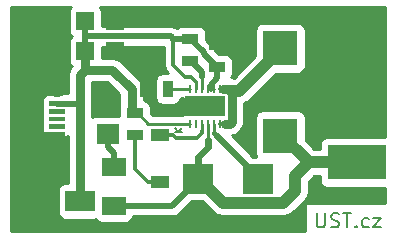
<source format=gbr>
G04 #@! TF.FileFunction,Copper,L1,Top,Signal*
%FSLAX46Y46*%
G04 Gerber Fmt 4.6, Leading zero omitted, Abs format (unit mm)*
G04 Created by KiCad (PCBNEW 4.1.0-alpha+201608181240+7066~46~ubuntu16.04.1-product) date Fri Aug 19 11:00:01 2016*
%MOMM*%
%LPD*%
G01*
G04 APERTURE LIST*
%ADD10C,0.100000*%
%ADD11C,0.200000*%
%ADD12C,0.150000*%
%ADD13R,1.850000X1.800000*%
%ADD14R,5.000000X3.000000*%
%ADD15R,0.250000X0.700000*%
%ADD16R,0.825000X0.850000*%
%ADD17R,2.550160X2.499360*%
%ADD18R,3.000000X3.000000*%
%ADD19C,1.450000*%
%ADD20C,1.900000*%
%ADD21R,1.397000X0.889000*%
%ADD22R,2.499360X1.800860*%
%ADD23R,1.524000X1.524000*%
%ADD24R,0.889000X1.397000*%
%ADD25R,1.500000X1.050000*%
%ADD26R,2.032000X1.524000*%
%ADD27C,0.800000*%
%ADD28C,0.800000*%
%ADD29C,0.250000*%
%ADD30C,0.300000*%
%ADD31C,0.500000*%
%ADD32C,1.000000*%
%ADD33C,0.400000*%
%ADD34C,0.600000*%
%ADD35C,0.254000*%
G04 APERTURE END LIST*
D10*
D11*
X164373257Y-126088857D02*
X164373257Y-127060285D01*
X164430400Y-127174571D01*
X164487542Y-127231714D01*
X164601828Y-127288857D01*
X164830400Y-127288857D01*
X164944685Y-127231714D01*
X165001828Y-127174571D01*
X165058971Y-127060285D01*
X165058971Y-126088857D01*
X165573257Y-127231714D02*
X165744685Y-127288857D01*
X166030400Y-127288857D01*
X166144685Y-127231714D01*
X166201828Y-127174571D01*
X166258971Y-127060285D01*
X166258971Y-126946000D01*
X166201828Y-126831714D01*
X166144685Y-126774571D01*
X166030400Y-126717428D01*
X165801828Y-126660285D01*
X165687542Y-126603142D01*
X165630400Y-126546000D01*
X165573257Y-126431714D01*
X165573257Y-126317428D01*
X165630400Y-126203142D01*
X165687542Y-126146000D01*
X165801828Y-126088857D01*
X166087542Y-126088857D01*
X166258971Y-126146000D01*
X166601828Y-126088857D02*
X167287542Y-126088857D01*
X166944685Y-127288857D02*
X166944685Y-126088857D01*
X167687542Y-127174571D02*
X167744685Y-127231714D01*
X167687542Y-127288857D01*
X167630400Y-127231714D01*
X167687542Y-127174571D01*
X167687542Y-127288857D01*
X168773257Y-127231714D02*
X168658971Y-127288857D01*
X168430400Y-127288857D01*
X168316114Y-127231714D01*
X168258971Y-127174571D01*
X168201828Y-127060285D01*
X168201828Y-126717428D01*
X168258971Y-126603142D01*
X168316114Y-126546000D01*
X168430400Y-126488857D01*
X168658971Y-126488857D01*
X168773257Y-126546000D01*
X169173257Y-126488857D02*
X169801828Y-126488857D01*
X169173257Y-127288857D01*
X169801828Y-127288857D01*
D12*
X152636220Y-119229120D02*
X152941020Y-118909080D01*
X152651460Y-119191020D02*
X152379680Y-118916700D01*
X152379680Y-119221500D02*
X152948640Y-119226580D01*
D13*
X146685000Y-119380000D03*
X146685000Y-116840000D03*
D14*
X167775000Y-121800000D03*
X167775000Y-114300000D03*
D15*
X156157500Y-115600000D03*
X155657500Y-115600000D03*
X155157500Y-115600000D03*
X154657500Y-115600000D03*
X154157500Y-115600000D03*
X153657500Y-115600000D03*
X153657500Y-118500000D03*
X154157500Y-118500000D03*
X154657500Y-118500000D03*
X155157500Y-118500000D03*
X155657500Y-118500000D03*
X156157500Y-118500000D03*
D16*
X153670000Y-117475000D03*
X154495000Y-117475000D03*
X155320000Y-117475000D03*
X156145000Y-117475000D03*
X153670000Y-116625000D03*
X154495000Y-116625000D03*
X155320000Y-116625000D03*
X156145000Y-116625000D03*
D17*
X154335480Y-123190000D03*
X159385000Y-123190000D03*
D18*
X161290000Y-112124000D03*
X161290000Y-119524000D03*
D19*
X142400000Y-115610000D03*
X142400000Y-120610000D03*
D10*
G36*
X141725000Y-117910000D02*
X143075000Y-117910000D01*
X143075000Y-118310000D01*
X141725000Y-118310000D01*
X141725000Y-117910000D01*
X141725000Y-117910000D01*
G37*
G36*
X141725000Y-117260000D02*
X143075000Y-117260000D01*
X143075000Y-117660000D01*
X141725000Y-117660000D01*
X141725000Y-117260000D01*
X141725000Y-117260000D01*
G37*
G36*
X141725000Y-116610000D02*
X143075000Y-116610000D01*
X143075000Y-117010000D01*
X141725000Y-117010000D01*
X141725000Y-116610000D01*
X141725000Y-116610000D01*
G37*
G36*
X141725000Y-118560000D02*
X143075000Y-118560000D01*
X143075000Y-118960000D01*
X141725000Y-118960000D01*
X141725000Y-118560000D01*
X141725000Y-118560000D01*
G37*
G36*
X141725000Y-119210000D02*
X143075000Y-119210000D01*
X143075000Y-119610000D01*
X141725000Y-119610000D01*
X141725000Y-119210000D01*
X141725000Y-119210000D01*
G37*
G36*
X138750000Y-116360000D02*
X140650000Y-116360000D01*
X140650000Y-117860000D01*
X138750000Y-117860000D01*
X138750000Y-116360000D01*
X138750000Y-116360000D01*
G37*
G36*
X138750000Y-118360000D02*
X140650000Y-118360000D01*
X140650000Y-119860000D01*
X138750000Y-119860000D01*
X138750000Y-118360000D01*
X138750000Y-118360000D01*
G37*
D20*
X139700000Y-121610000D03*
X139700000Y-114610000D03*
D21*
X155956000Y-113728500D03*
X155956000Y-111823500D03*
D22*
X140335000Y-125095000D03*
X144332960Y-125095000D03*
D23*
X142240000Y-112395000D03*
X142240000Y-109855000D03*
X144780000Y-112395000D03*
X144780000Y-109855000D03*
X147320000Y-112395000D03*
X147320000Y-109855000D03*
D21*
X153670000Y-113220500D03*
X153670000Y-111315500D03*
D24*
X151765000Y-115570000D03*
X149860000Y-115570000D03*
D25*
X151130000Y-123444000D03*
X151130000Y-119444000D03*
D21*
X148971000Y-117602000D03*
X148971000Y-119507000D03*
D26*
X147193000Y-125476000D03*
X147193000Y-122174000D03*
D27*
X149809200Y-114452400D03*
X168910000Y-112014000D03*
X165608000Y-112014000D03*
X167132000Y-111252000D03*
X141732000Y-122936000D03*
X140716000Y-126746000D03*
X155956000Y-110744000D03*
X157480000Y-112268000D03*
X156145000Y-117475000D03*
X156145000Y-116625000D03*
X153670000Y-117475000D03*
X154495000Y-117475000D03*
X155320000Y-117475000D03*
X155320000Y-116625000D03*
X154495000Y-116625000D03*
X153670000Y-116625000D03*
D28*
X144780000Y-113957000D02*
X147078600Y-113957000D01*
X148691600Y-115570000D02*
X148691600Y-117322600D01*
X147078600Y-113957000D02*
X148691600Y-115570000D01*
X148691600Y-117322600D02*
X148971000Y-117602000D01*
D29*
X153657500Y-118500000D02*
X150123000Y-118500000D01*
X150123000Y-118500000D02*
X149225000Y-117602000D01*
X149225000Y-117602000D02*
X148971000Y-117602000D01*
D30*
X148971000Y-117602000D02*
X148717000Y-117602000D01*
X153728999Y-114521499D02*
X153197997Y-114521499D01*
X153197997Y-114521499D02*
X152227000Y-113550502D01*
X152227000Y-113550502D02*
X152227000Y-111315500D01*
D29*
X155407360Y-115600000D02*
X155657500Y-115600000D01*
X155407360Y-115600000D02*
X155157500Y-115600000D01*
D31*
X155407360Y-115600000D02*
X155407360Y-115221640D01*
X155407360Y-115221640D02*
X155956000Y-114673000D01*
X155956000Y-114673000D02*
X155956000Y-113728500D01*
X153670000Y-111315500D02*
X154818501Y-112464001D01*
X154818501Y-112464001D02*
X154818501Y-112591001D01*
X154818501Y-112591001D02*
X155956000Y-113728500D01*
X152036500Y-111125000D02*
X152227000Y-111315500D01*
X152227000Y-111315500D02*
X153670000Y-111315500D01*
D28*
X144332960Y-118110000D02*
X144332960Y-118618000D01*
X144332960Y-116840000D02*
X144332960Y-118110000D01*
X144332960Y-114404040D02*
X144332960Y-116840000D01*
D31*
X142400000Y-116810000D02*
X144302960Y-116810000D01*
X144302960Y-116810000D02*
X144332960Y-116840000D01*
D28*
X144332960Y-118618000D02*
X144332960Y-118327960D01*
X144332960Y-125095000D02*
X144332960Y-118618000D01*
X144780000Y-112395000D02*
X144780000Y-113957000D01*
X144780000Y-113957000D02*
X144332960Y-114404040D01*
D31*
X144780000Y-109855000D02*
X144780000Y-111125000D01*
X144780000Y-111125000D02*
X144780000Y-112395000D01*
X152036500Y-111125000D02*
X144780000Y-111125000D01*
D29*
X154157500Y-115600000D02*
X154157500Y-114950000D01*
D30*
X154157500Y-114950000D02*
X153728999Y-114521499D01*
D31*
X149809200Y-115018085D02*
X149809200Y-114452400D01*
X149809200Y-115519200D02*
X149809200Y-115018085D01*
X149860000Y-115570000D02*
X149809200Y-115519200D01*
X165608000Y-112014000D02*
X168910000Y-112014000D01*
X168275000Y-114300000D02*
X168275000Y-112395000D01*
X168275000Y-112395000D02*
X167132000Y-111252000D01*
X140335000Y-125095000D02*
X140335000Y-126365000D01*
X140335000Y-126365000D02*
X140716000Y-126746000D01*
X155956000Y-111823500D02*
X157035500Y-111823500D01*
X157035500Y-111823500D02*
X157480000Y-112268000D01*
D30*
X156145000Y-116625000D02*
X156145000Y-116650000D01*
X139700000Y-121610000D02*
X139700000Y-119110000D01*
X142400000Y-119410000D02*
X140000000Y-119410000D01*
X140000000Y-119410000D02*
X139700000Y-119110000D01*
X139700000Y-117110000D02*
X139700000Y-119110000D01*
D32*
X157157501Y-115755501D02*
X157802499Y-115755501D01*
X157802499Y-115755501D02*
X161290000Y-112268000D01*
X161290000Y-112268000D02*
X161290000Y-112124000D01*
D28*
X157157501Y-115755501D02*
X156972000Y-115570000D01*
X156972000Y-115570000D02*
X156464000Y-115570000D01*
X157157501Y-118380001D02*
X157157501Y-115755501D01*
D30*
X156210000Y-115570000D02*
X156464000Y-115570000D01*
X156180000Y-115600000D02*
X156210000Y-115570000D01*
X156157500Y-115600000D02*
X156180000Y-115600000D01*
D32*
X161290000Y-112124000D02*
X161180000Y-112124000D01*
D28*
X156600000Y-118500000D02*
X157037502Y-118500000D01*
X157037502Y-118500000D02*
X157157501Y-118380001D01*
X157157501Y-118380001D02*
X157037501Y-118500001D01*
D30*
X156157500Y-118500000D02*
X156600000Y-118500000D01*
D33*
X155961020Y-119588220D02*
X155702000Y-119329200D01*
D34*
X158140400Y-121767600D02*
X155961020Y-119588220D01*
X159385000Y-123190000D02*
X159385000Y-123012200D01*
X159385000Y-123012200D02*
X158140400Y-121767600D01*
D29*
X155657500Y-118500000D02*
X155657500Y-119335500D01*
X155702000Y-119380000D02*
X155702000Y-119329200D01*
D30*
X155657500Y-119335500D02*
X155702000Y-119380000D01*
D33*
X159385000Y-123190000D02*
X159385000Y-123063000D01*
D30*
X159359600Y-123190000D02*
X159385000Y-123190000D01*
D34*
X154335480Y-123190000D02*
X154335480Y-121340320D01*
X154335480Y-121340320D02*
X155161010Y-120514790D01*
X155161010Y-120514790D02*
X155161010Y-119902875D01*
D31*
X154335480Y-123190000D02*
X154335480Y-123286520D01*
X154335480Y-123286520D02*
X152146000Y-125476000D01*
X152146000Y-125476000D02*
X147193000Y-125476000D01*
D29*
X155161010Y-118931745D02*
X155161010Y-119902875D01*
X155161010Y-119902875D02*
X155161010Y-119220010D01*
X155157500Y-118500000D02*
X155157500Y-118928235D01*
X155157500Y-118928235D02*
X155161010Y-118931745D01*
D32*
X154335480Y-123190000D02*
X154360880Y-123190000D01*
X154360880Y-123190000D02*
X156392880Y-125222000D01*
X156392880Y-125222000D02*
X161544000Y-125222000D01*
X161544000Y-125222000D02*
X162546000Y-124220000D01*
X162546000Y-124220000D02*
X162546000Y-122950000D01*
X162546000Y-122950000D02*
X163696000Y-121800000D01*
X163696000Y-121800000D02*
X168275000Y-121800000D01*
X161434000Y-119524000D02*
X163710000Y-121800000D01*
X163710000Y-121800000D02*
X168275000Y-121800000D01*
X161290000Y-119524000D02*
X161434000Y-119524000D01*
D30*
X154813000Y-122712480D02*
X154335480Y-123190000D01*
X155157500Y-122367980D02*
X154335480Y-123190000D01*
D31*
X146685000Y-119380000D02*
X146685000Y-120523000D01*
X146685000Y-120523000D02*
X147193000Y-121031000D01*
X147193000Y-121031000D02*
X147193000Y-122174000D01*
D29*
X154657500Y-115600000D02*
X154657500Y-114554018D01*
X154657500Y-114554018D02*
X154657518Y-114554000D01*
D31*
X154657518Y-114127018D02*
X154657518Y-114554000D01*
X153670000Y-113220500D02*
X153751000Y-113220500D01*
X153751000Y-113220500D02*
X154657518Y-114127018D01*
D29*
X153657500Y-115600000D02*
X151795000Y-115600000D01*
X151795000Y-115600000D02*
X151765000Y-115570000D01*
D30*
X148971000Y-122335000D02*
X150080000Y-123444000D01*
X148971000Y-122335000D02*
X148971000Y-119507000D01*
X150080000Y-123444000D02*
X151130000Y-123444000D01*
X152497000Y-119761000D02*
X154209264Y-119761000D01*
X154209264Y-119761000D02*
X154653008Y-119317256D01*
X154653008Y-119317256D02*
X154653008Y-119104492D01*
X154653008Y-119104492D02*
X154657500Y-119100000D01*
X151130000Y-119444000D02*
X152180000Y-119444000D01*
X152180000Y-119444000D02*
X152497000Y-119761000D01*
D29*
X154657500Y-118500000D02*
X154657500Y-119100000D01*
D30*
X151320000Y-119634000D02*
X151130000Y-119444000D01*
D35*
G36*
X143560191Y-108635191D02*
X143419843Y-108845235D01*
X143370560Y-109093000D01*
X143370560Y-110617000D01*
X143419843Y-110864765D01*
X143560191Y-111074809D01*
X143635307Y-111125000D01*
X143560191Y-111175191D01*
X143419843Y-111385235D01*
X143370560Y-111633000D01*
X143370560Y-113157000D01*
X143419843Y-113404765D01*
X143560191Y-113614809D01*
X143619110Y-113654178D01*
X143601104Y-113672184D01*
X143376745Y-114007963D01*
X143297959Y-114404040D01*
X143297960Y-114404045D01*
X143297960Y-115925000D01*
X142400000Y-115925000D01*
X142211174Y-115962560D01*
X141725000Y-115962560D01*
X141477235Y-116011843D01*
X141267191Y-116152191D01*
X141126843Y-116362235D01*
X141077560Y-116610000D01*
X141077560Y-117010000D01*
X141102424Y-117135000D01*
X141077560Y-117260000D01*
X141077560Y-117660000D01*
X141102424Y-117785000D01*
X141077560Y-117910000D01*
X141077560Y-118310000D01*
X141102424Y-118435000D01*
X141077560Y-118560000D01*
X141077560Y-118960000D01*
X141126843Y-119207765D01*
X141267191Y-119417809D01*
X141477235Y-119558157D01*
X141725000Y-119607440D01*
X143075000Y-119607440D01*
X143297960Y-119563091D01*
X143297960Y-123547130D01*
X143083280Y-123547130D01*
X142835515Y-123596413D01*
X142625471Y-123736761D01*
X142485123Y-123946805D01*
X142435840Y-124194570D01*
X142435840Y-125995430D01*
X142485123Y-126243195D01*
X142625471Y-126453239D01*
X142835515Y-126593587D01*
X143083280Y-126642870D01*
X145582640Y-126642870D01*
X145671948Y-126625106D01*
X145719191Y-126695809D01*
X145929235Y-126836157D01*
X146177000Y-126885440D01*
X148209000Y-126885440D01*
X148456765Y-126836157D01*
X148666809Y-126695809D01*
X148807157Y-126485765D01*
X148831974Y-126361000D01*
X152145995Y-126361000D01*
X152146000Y-126361001D01*
X152428484Y-126304810D01*
X152484675Y-126293633D01*
X152771790Y-126101790D01*
X153786460Y-125087120D01*
X154652868Y-125087120D01*
X155590314Y-126024566D01*
X155958534Y-126270603D01*
X156392880Y-126357000D01*
X161544000Y-126357000D01*
X161978346Y-126270603D01*
X162346566Y-126024566D01*
X163348566Y-125022566D01*
X163432140Y-124897489D01*
X163594603Y-124654346D01*
X163681000Y-124220000D01*
X163681000Y-123420132D01*
X164166132Y-122935000D01*
X164627560Y-122935000D01*
X164627560Y-123300000D01*
X164676843Y-123547765D01*
X164817191Y-123757809D01*
X165027235Y-123898157D01*
X165275000Y-123947440D01*
X170130000Y-123947440D01*
X170130000Y-125197000D01*
X163352543Y-125197000D01*
X163352543Y-127585000D01*
X138480000Y-127585000D01*
X138480000Y-108635000D01*
X143560477Y-108635000D01*
X143560191Y-108635191D01*
X143560191Y-108635191D01*
G37*
X143560191Y-108635191D02*
X143419843Y-108845235D01*
X143370560Y-109093000D01*
X143370560Y-110617000D01*
X143419843Y-110864765D01*
X143560191Y-111074809D01*
X143635307Y-111125000D01*
X143560191Y-111175191D01*
X143419843Y-111385235D01*
X143370560Y-111633000D01*
X143370560Y-113157000D01*
X143419843Y-113404765D01*
X143560191Y-113614809D01*
X143619110Y-113654178D01*
X143601104Y-113672184D01*
X143376745Y-114007963D01*
X143297959Y-114404040D01*
X143297960Y-114404045D01*
X143297960Y-115925000D01*
X142400000Y-115925000D01*
X142211174Y-115962560D01*
X141725000Y-115962560D01*
X141477235Y-116011843D01*
X141267191Y-116152191D01*
X141126843Y-116362235D01*
X141077560Y-116610000D01*
X141077560Y-117010000D01*
X141102424Y-117135000D01*
X141077560Y-117260000D01*
X141077560Y-117660000D01*
X141102424Y-117785000D01*
X141077560Y-117910000D01*
X141077560Y-118310000D01*
X141102424Y-118435000D01*
X141077560Y-118560000D01*
X141077560Y-118960000D01*
X141126843Y-119207765D01*
X141267191Y-119417809D01*
X141477235Y-119558157D01*
X141725000Y-119607440D01*
X143075000Y-119607440D01*
X143297960Y-119563091D01*
X143297960Y-123547130D01*
X143083280Y-123547130D01*
X142835515Y-123596413D01*
X142625471Y-123736761D01*
X142485123Y-123946805D01*
X142435840Y-124194570D01*
X142435840Y-125995430D01*
X142485123Y-126243195D01*
X142625471Y-126453239D01*
X142835515Y-126593587D01*
X143083280Y-126642870D01*
X145582640Y-126642870D01*
X145671948Y-126625106D01*
X145719191Y-126695809D01*
X145929235Y-126836157D01*
X146177000Y-126885440D01*
X148209000Y-126885440D01*
X148456765Y-126836157D01*
X148666809Y-126695809D01*
X148807157Y-126485765D01*
X148831974Y-126361000D01*
X152145995Y-126361000D01*
X152146000Y-126361001D01*
X152428484Y-126304810D01*
X152484675Y-126293633D01*
X152771790Y-126101790D01*
X153786460Y-125087120D01*
X154652868Y-125087120D01*
X155590314Y-126024566D01*
X155958534Y-126270603D01*
X156392880Y-126357000D01*
X161544000Y-126357000D01*
X161978346Y-126270603D01*
X162346566Y-126024566D01*
X163348566Y-125022566D01*
X163432140Y-124897489D01*
X163594603Y-124654346D01*
X163681000Y-124220000D01*
X163681000Y-123420132D01*
X164166132Y-122935000D01*
X164627560Y-122935000D01*
X164627560Y-123300000D01*
X164676843Y-123547765D01*
X164817191Y-123757809D01*
X165027235Y-123898157D01*
X165275000Y-123947440D01*
X170130000Y-123947440D01*
X170130000Y-125197000D01*
X163352543Y-125197000D01*
X163352543Y-127585000D01*
X138480000Y-127585000D01*
X138480000Y-108635000D01*
X143560477Y-108635000D01*
X143560191Y-108635191D01*
G36*
X170130000Y-119652560D02*
X165275000Y-119652560D01*
X165027235Y-119701843D01*
X164817191Y-119842191D01*
X164676843Y-120052235D01*
X164627560Y-120300000D01*
X164627560Y-120665000D01*
X164180132Y-120665000D01*
X163437440Y-119922308D01*
X163437440Y-118024000D01*
X163388157Y-117776235D01*
X163247809Y-117566191D01*
X163037765Y-117425843D01*
X162790000Y-117376560D01*
X159790000Y-117376560D01*
X159542235Y-117425843D01*
X159332191Y-117566191D01*
X159191843Y-117776235D01*
X159142560Y-118024000D01*
X159142560Y-121024000D01*
X159191843Y-121271765D01*
X159205952Y-121292880D01*
X158987970Y-121292880D01*
X157198139Y-119503049D01*
X157433578Y-119456216D01*
X157769357Y-119231857D01*
X157889354Y-119111859D01*
X157889357Y-119111857D01*
X158081080Y-118824922D01*
X158113716Y-118776079D01*
X158192502Y-118380001D01*
X158192501Y-118379996D01*
X158192501Y-116812925D01*
X158236845Y-116804104D01*
X158605065Y-116558067D01*
X160891692Y-114271440D01*
X162790000Y-114271440D01*
X163037765Y-114222157D01*
X163247809Y-114081809D01*
X163388157Y-113871765D01*
X163437440Y-113624000D01*
X163437440Y-110624000D01*
X163388157Y-110376235D01*
X163247809Y-110166191D01*
X163037765Y-110025843D01*
X162790000Y-109976560D01*
X159790000Y-109976560D01*
X159542235Y-110025843D01*
X159332191Y-110166191D01*
X159191843Y-110376235D01*
X159142560Y-110624000D01*
X159142560Y-112810308D01*
X157343893Y-114608975D01*
X157152356Y-114570875D01*
X157252657Y-114420765D01*
X157301940Y-114173000D01*
X157301940Y-113284000D01*
X157252657Y-113036235D01*
X157112309Y-112826191D01*
X156902265Y-112685843D01*
X156654500Y-112636560D01*
X156115639Y-112636560D01*
X155644012Y-112164932D01*
X155636134Y-112125327D01*
X155636134Y-112125326D01*
X155444291Y-111838211D01*
X155444288Y-111838209D01*
X155015940Y-111409861D01*
X155015940Y-110871000D01*
X154966657Y-110623235D01*
X154826309Y-110413191D01*
X154616265Y-110272843D01*
X154368500Y-110223560D01*
X152971500Y-110223560D01*
X152723735Y-110272843D01*
X152523622Y-110406555D01*
X152375175Y-110307367D01*
X152318984Y-110296190D01*
X152036500Y-110239999D01*
X152036495Y-110240000D01*
X146189440Y-110240000D01*
X146189440Y-109093000D01*
X146140157Y-108845235D01*
X145999809Y-108635191D01*
X145999523Y-108635000D01*
X170130000Y-108635000D01*
X170130000Y-119652560D01*
X170130000Y-119652560D01*
G37*
X170130000Y-119652560D02*
X165275000Y-119652560D01*
X165027235Y-119701843D01*
X164817191Y-119842191D01*
X164676843Y-120052235D01*
X164627560Y-120300000D01*
X164627560Y-120665000D01*
X164180132Y-120665000D01*
X163437440Y-119922308D01*
X163437440Y-118024000D01*
X163388157Y-117776235D01*
X163247809Y-117566191D01*
X163037765Y-117425843D01*
X162790000Y-117376560D01*
X159790000Y-117376560D01*
X159542235Y-117425843D01*
X159332191Y-117566191D01*
X159191843Y-117776235D01*
X159142560Y-118024000D01*
X159142560Y-121024000D01*
X159191843Y-121271765D01*
X159205952Y-121292880D01*
X158987970Y-121292880D01*
X157198139Y-119503049D01*
X157433578Y-119456216D01*
X157769357Y-119231857D01*
X157889354Y-119111859D01*
X157889357Y-119111857D01*
X158081080Y-118824922D01*
X158113716Y-118776079D01*
X158192502Y-118380001D01*
X158192501Y-118379996D01*
X158192501Y-116812925D01*
X158236845Y-116804104D01*
X158605065Y-116558067D01*
X160891692Y-114271440D01*
X162790000Y-114271440D01*
X163037765Y-114222157D01*
X163247809Y-114081809D01*
X163388157Y-113871765D01*
X163437440Y-113624000D01*
X163437440Y-110624000D01*
X163388157Y-110376235D01*
X163247809Y-110166191D01*
X163037765Y-110025843D01*
X162790000Y-109976560D01*
X159790000Y-109976560D01*
X159542235Y-110025843D01*
X159332191Y-110166191D01*
X159191843Y-110376235D01*
X159142560Y-110624000D01*
X159142560Y-112810308D01*
X157343893Y-114608975D01*
X157152356Y-114570875D01*
X157252657Y-114420765D01*
X157301940Y-114173000D01*
X157301940Y-113284000D01*
X157252657Y-113036235D01*
X157112309Y-112826191D01*
X156902265Y-112685843D01*
X156654500Y-112636560D01*
X156115639Y-112636560D01*
X155644012Y-112164932D01*
X155636134Y-112125327D01*
X155636134Y-112125326D01*
X155444291Y-111838211D01*
X155444288Y-111838209D01*
X155015940Y-111409861D01*
X155015940Y-110871000D01*
X154966657Y-110623235D01*
X154826309Y-110413191D01*
X154616265Y-110272843D01*
X154368500Y-110223560D01*
X152971500Y-110223560D01*
X152723735Y-110272843D01*
X152523622Y-110406555D01*
X152375175Y-110307367D01*
X152318984Y-110296190D01*
X152036500Y-110239999D01*
X152036495Y-110240000D01*
X146189440Y-110240000D01*
X146189440Y-109093000D01*
X146140157Y-108845235D01*
X145999809Y-108635191D01*
X145999523Y-108635000D01*
X170130000Y-108635000D01*
X170130000Y-119652560D01*
G36*
X147656600Y-115998711D02*
X147656600Y-116998936D01*
X147625060Y-117157500D01*
X147625060Y-117835556D01*
X147610000Y-117832560D01*
X145760000Y-117832560D01*
X145512235Y-117881843D01*
X145367960Y-117978245D01*
X145367960Y-114992000D01*
X146649888Y-114992000D01*
X147656600Y-115998711D01*
X147656600Y-115998711D01*
G37*
X147656600Y-115998711D02*
X147656600Y-116998936D01*
X147625060Y-117157500D01*
X147625060Y-117835556D01*
X147610000Y-117832560D01*
X145760000Y-117832560D01*
X145512235Y-117881843D01*
X145367960Y-117978245D01*
X145367960Y-114992000D01*
X146649888Y-114992000D01*
X147656600Y-115998711D01*
G36*
X151442000Y-113550502D02*
X151501755Y-113850909D01*
X151671921Y-114105581D01*
X151790400Y-114224060D01*
X151320500Y-114224060D01*
X151072735Y-114273343D01*
X150862691Y-114413691D01*
X150722343Y-114623735D01*
X150673060Y-114871500D01*
X150673060Y-116268500D01*
X150722343Y-116516265D01*
X150862691Y-116726309D01*
X151072735Y-116866657D01*
X151320500Y-116915940D01*
X152209500Y-116915940D01*
X152457265Y-116866657D01*
X152667309Y-116726309D01*
X152807657Y-116516265D01*
X152838740Y-116360000D01*
X153042746Y-116360000D01*
X153074691Y-116407809D01*
X153284735Y-116548157D01*
X153532500Y-116597440D01*
X153782500Y-116597440D01*
X153907500Y-116572576D01*
X154032500Y-116597440D01*
X154282500Y-116597440D01*
X154407500Y-116572576D01*
X154532500Y-116597440D01*
X154782500Y-116597440D01*
X154907500Y-116572576D01*
X155032500Y-116597440D01*
X155282500Y-116597440D01*
X155407500Y-116572576D01*
X155532500Y-116597440D01*
X155782500Y-116597440D01*
X155907500Y-116572576D01*
X156032500Y-116597440D01*
X156122501Y-116597440D01*
X156122501Y-117502560D01*
X156032500Y-117502560D01*
X155907500Y-117527424D01*
X155782500Y-117502560D01*
X155532500Y-117502560D01*
X155407500Y-117527424D01*
X155282500Y-117502560D01*
X155032500Y-117502560D01*
X154907500Y-117527424D01*
X154782500Y-117502560D01*
X154532500Y-117502560D01*
X154407500Y-117527424D01*
X154282500Y-117502560D01*
X154032500Y-117502560D01*
X153907500Y-117527424D01*
X153782500Y-117502560D01*
X153532500Y-117502560D01*
X153284735Y-117551843D01*
X153074691Y-117692191D01*
X153042746Y-117740000D01*
X150437802Y-117740000D01*
X150316940Y-117619138D01*
X150316940Y-117157500D01*
X150267657Y-116909735D01*
X150127309Y-116699691D01*
X149917265Y-116559343D01*
X149726600Y-116521418D01*
X149726600Y-115570000D01*
X149677102Y-115321156D01*
X149647815Y-115173922D01*
X149533097Y-115002235D01*
X149423456Y-114838144D01*
X149423453Y-114838142D01*
X147810456Y-113225144D01*
X147474677Y-113000785D01*
X147078600Y-112921999D01*
X147078595Y-112922000D01*
X146189440Y-112922000D01*
X146189440Y-112010000D01*
X151442000Y-112010000D01*
X151442000Y-113550502D01*
X151442000Y-113550502D01*
G37*
X151442000Y-113550502D02*
X151501755Y-113850909D01*
X151671921Y-114105581D01*
X151790400Y-114224060D01*
X151320500Y-114224060D01*
X151072735Y-114273343D01*
X150862691Y-114413691D01*
X150722343Y-114623735D01*
X150673060Y-114871500D01*
X150673060Y-116268500D01*
X150722343Y-116516265D01*
X150862691Y-116726309D01*
X151072735Y-116866657D01*
X151320500Y-116915940D01*
X152209500Y-116915940D01*
X152457265Y-116866657D01*
X152667309Y-116726309D01*
X152807657Y-116516265D01*
X152838740Y-116360000D01*
X153042746Y-116360000D01*
X153074691Y-116407809D01*
X153284735Y-116548157D01*
X153532500Y-116597440D01*
X153782500Y-116597440D01*
X153907500Y-116572576D01*
X154032500Y-116597440D01*
X154282500Y-116597440D01*
X154407500Y-116572576D01*
X154532500Y-116597440D01*
X154782500Y-116597440D01*
X154907500Y-116572576D01*
X155032500Y-116597440D01*
X155282500Y-116597440D01*
X155407500Y-116572576D01*
X155532500Y-116597440D01*
X155782500Y-116597440D01*
X155907500Y-116572576D01*
X156032500Y-116597440D01*
X156122501Y-116597440D01*
X156122501Y-117502560D01*
X156032500Y-117502560D01*
X155907500Y-117527424D01*
X155782500Y-117502560D01*
X155532500Y-117502560D01*
X155407500Y-117527424D01*
X155282500Y-117502560D01*
X155032500Y-117502560D01*
X154907500Y-117527424D01*
X154782500Y-117502560D01*
X154532500Y-117502560D01*
X154407500Y-117527424D01*
X154282500Y-117502560D01*
X154032500Y-117502560D01*
X153907500Y-117527424D01*
X153782500Y-117502560D01*
X153532500Y-117502560D01*
X153284735Y-117551843D01*
X153074691Y-117692191D01*
X153042746Y-117740000D01*
X150437802Y-117740000D01*
X150316940Y-117619138D01*
X150316940Y-117157500D01*
X150267657Y-116909735D01*
X150127309Y-116699691D01*
X149917265Y-116559343D01*
X149726600Y-116521418D01*
X149726600Y-115570000D01*
X149677102Y-115321156D01*
X149647815Y-115173922D01*
X149533097Y-115002235D01*
X149423456Y-114838144D01*
X149423453Y-114838142D01*
X147810456Y-113225144D01*
X147474677Y-113000785D01*
X147078600Y-112921999D01*
X147078595Y-112922000D01*
X146189440Y-112922000D01*
X146189440Y-112010000D01*
X151442000Y-112010000D01*
X151442000Y-113550502D01*
M02*

</source>
